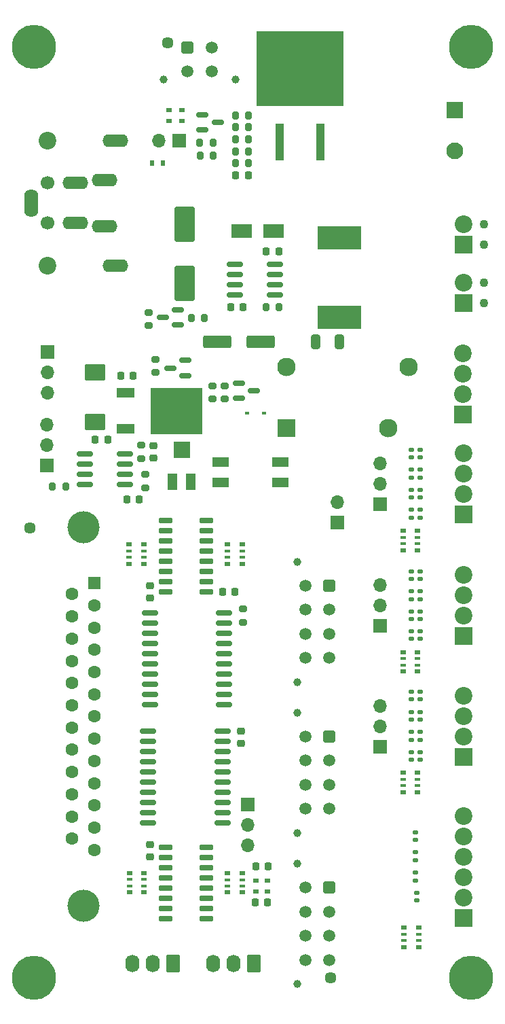
<source format=gbr>
%TF.GenerationSoftware,KiCad,Pcbnew,(6.0.1-0)*%
%TF.CreationDate,2022-06-06T20:51:42+12:00*%
%TF.ProjectId,controller,636f6e74-726f-46c6-9c65-722e6b696361,2.0*%
%TF.SameCoordinates,PX324e6b0PYa469d80*%
%TF.FileFunction,Soldermask,Top*%
%TF.FilePolarity,Negative*%
%FSLAX46Y46*%
G04 Gerber Fmt 4.6, Leading zero omitted, Abs format (unit mm)*
G04 Created by KiCad (PCBNEW (6.0.1-0)) date 2022-06-06 20:51:42*
%MOMM*%
%LPD*%
G01*
G04 APERTURE LIST*
G04 Aperture macros list*
%AMRoundRect*
0 Rectangle with rounded corners*
0 $1 Rounding radius*
0 $2 $3 $4 $5 $6 $7 $8 $9 X,Y pos of 4 corners*
0 Add a 4 corners polygon primitive as box body*
4,1,4,$2,$3,$4,$5,$6,$7,$8,$9,$2,$3,0*
0 Add four circle primitives for the rounded corners*
1,1,$1+$1,$2,$3*
1,1,$1+$1,$4,$5*
1,1,$1+$1,$6,$7*
1,1,$1+$1,$8,$9*
0 Add four rect primitives between the rounded corners*
20,1,$1+$1,$2,$3,$4,$5,0*
20,1,$1+$1,$4,$5,$6,$7,0*
20,1,$1+$1,$6,$7,$8,$9,0*
20,1,$1+$1,$8,$9,$2,$3,0*%
G04 Aperture macros list end*
%ADD10R,1.700000X1.700000*%
%ADD11O,1.700000X1.700000*%
%ADD12R,5.400000X2.900000*%
%ADD13RoundRect,0.147500X-0.172500X0.147500X-0.172500X-0.147500X0.172500X-0.147500X0.172500X0.147500X0*%
%ADD14RoundRect,0.225000X0.225000X0.250000X-0.225000X0.250000X-0.225000X-0.250000X0.225000X-0.250000X0*%
%ADD15RoundRect,0.147500X0.172500X-0.147500X0.172500X0.147500X-0.172500X0.147500X-0.172500X-0.147500X0*%
%ADD16RoundRect,0.225000X-0.225000X-0.250000X0.225000X-0.250000X0.225000X0.250000X-0.225000X0.250000X0*%
%ADD17C,1.000000*%
%ADD18RoundRect,0.250001X-0.499999X0.499999X-0.499999X-0.499999X0.499999X-0.499999X0.499999X0.499999X0*%
%ADD19C,1.500000*%
%ADD20R,0.800000X0.500000*%
%ADD21R,0.800000X0.400000*%
%ADD22RoundRect,0.200000X-0.275000X0.200000X-0.275000X-0.200000X0.275000X-0.200000X0.275000X0.200000X0*%
%ADD23RoundRect,0.200000X0.200000X0.275000X-0.200000X0.275000X-0.200000X-0.275000X0.200000X-0.275000X0*%
%ADD24RoundRect,0.200000X-0.200000X-0.275000X0.200000X-0.275000X0.200000X0.275000X-0.200000X0.275000X0*%
%ADD25R,2.100000X2.100000*%
%ADD26C,2.100000*%
%ADD27R,0.600000X0.700000*%
%ADD28RoundRect,0.250001X-0.499999X-0.499999X0.499999X-0.499999X0.499999X0.499999X-0.499999X0.499999X0*%
%ADD29R,1.300000X2.000000*%
%ADD30R,2.000000X2.000000*%
%ADD31C,1.100000*%
%ADD32R,2.200000X2.200000*%
%ADD33C,2.200000*%
%ADD34RoundRect,0.200000X0.275000X-0.200000X0.275000X0.200000X-0.275000X0.200000X-0.275000X-0.200000X0*%
%ADD35C,1.448000*%
%ADD36RoundRect,0.150000X-0.875000X-0.150000X0.875000X-0.150000X0.875000X0.150000X-0.875000X0.150000X0*%
%ADD37RoundRect,0.150000X0.587500X0.150000X-0.587500X0.150000X-0.587500X-0.150000X0.587500X-0.150000X0*%
%ADD38R,2.200000X1.200000*%
%ADD39R,6.400000X5.800000*%
%ADD40R,0.700000X0.600000*%
%ADD41RoundRect,0.225000X0.250000X-0.225000X0.250000X0.225000X-0.250000X0.225000X-0.250000X-0.225000X0*%
%ADD42RoundRect,0.250000X0.620000X0.845000X-0.620000X0.845000X-0.620000X-0.845000X0.620000X-0.845000X0*%
%ADD43O,1.740000X2.190000*%
%ADD44R,1.100000X4.600000*%
%ADD45R,10.800000X9.400000*%
%ADD46C,5.500000*%
%ADD47RoundRect,0.250000X-1.000000X1.950000X-1.000000X-1.950000X1.000000X-1.950000X1.000000X1.950000X0*%
%ADD48R,2.000000X1.200000*%
%ADD49C,2.300000*%
%ADD50R,2.300000X2.300000*%
%ADD51RoundRect,0.225000X-0.250000X0.225000X-0.250000X-0.225000X0.250000X-0.225000X0.250000X0.225000X0*%
%ADD52C,1.700000*%
%ADD53O,3.200000X1.600000*%
%ADD54O,1.750000X3.500000*%
%ADD55RoundRect,0.250000X1.500000X0.550000X-1.500000X0.550000X-1.500000X-0.550000X1.500000X-0.550000X0*%
%ADD56RoundRect,0.150000X-0.587500X-0.150000X0.587500X-0.150000X0.587500X0.150000X-0.587500X0.150000X0*%
%ADD57RoundRect,0.250000X-0.325000X-0.650000X0.325000X-0.650000X0.325000X0.650000X-0.325000X0.650000X0*%
%ADD58RoundRect,0.150000X0.725000X0.150000X-0.725000X0.150000X-0.725000X-0.150000X0.725000X-0.150000X0*%
%ADD59C,4.000000*%
%ADD60R,1.600000X1.600000*%
%ADD61C,1.600000*%
%ADD62RoundRect,0.150000X-0.825000X-0.150000X0.825000X-0.150000X0.825000X0.150000X-0.825000X0.150000X0*%
%ADD63R,0.600000X0.450000*%
%ADD64RoundRect,0.250000X1.025000X-0.787500X1.025000X0.787500X-1.025000X0.787500X-1.025000X-0.787500X0*%
%ADD65R,2.500000X1.800000*%
G04 APERTURE END LIST*
D10*
%TO.C,JP7*%
X51150000Y36725000D03*
D11*
X51150000Y39265000D03*
X51150000Y41805000D03*
%TD*%
D12*
%TO.C,L1*%
X46100000Y100200000D03*
X46100000Y90300000D03*
%TD*%
D13*
%TO.C,D15*%
X55025000Y71285000D03*
X55025000Y70315000D03*
%TD*%
D14*
%TO.C,C8*%
X34075000Y91550000D03*
X32525000Y91550000D03*
%TD*%
D15*
%TO.C,D34*%
X56170000Y35140000D03*
X56170000Y36110000D03*
%TD*%
D16*
%TO.C,C1*%
X35675000Y21850000D03*
X37225000Y21850000D03*
%TD*%
D13*
%TO.C,D13*%
X55025000Y73785000D03*
X55025000Y72815000D03*
%TD*%
D17*
%TO.C,J12*%
X40871000Y22210000D03*
X40871000Y7210000D03*
D18*
X44811000Y19210000D03*
D19*
X44811000Y16210000D03*
X44811000Y13210000D03*
X44811000Y10210000D03*
X41811000Y19210000D03*
X41811000Y16210000D03*
X41811000Y13210000D03*
X41811000Y10210000D03*
%TD*%
D20*
%TO.C,RN1*%
X19875000Y61950000D03*
D21*
X19875000Y61150000D03*
X19875000Y60350000D03*
D20*
X19875000Y59550000D03*
X21675000Y59550000D03*
D21*
X21675000Y60350000D03*
X21675000Y61150000D03*
D20*
X21675000Y61950000D03*
%TD*%
D22*
%TO.C,R13*%
X21350000Y74325000D03*
X21350000Y72675000D03*
%TD*%
D15*
%TO.C,D24*%
X56175000Y52665000D03*
X56175000Y53635000D03*
%TD*%
D23*
%TO.C,R12*%
X38575000Y91500000D03*
X36925000Y91500000D03*
%TD*%
D24*
%TO.C,R6*%
X28675000Y112000000D03*
X30325000Y112000000D03*
%TD*%
D10*
%TO.C,JP4*%
X26125000Y112250000D03*
D11*
X23585000Y112250000D03*
%TD*%
D25*
%TO.C,J3*%
X60450000Y116050000D03*
D26*
X60450000Y110970000D03*
%TD*%
D27*
%TO.C,D3*%
X24100000Y109500000D03*
X22700000Y109500000D03*
%TD*%
D17*
%TO.C,J2*%
X33150000Y119940000D03*
X24150000Y119940000D03*
D28*
X27150000Y123880000D03*
D19*
X30150000Y123880000D03*
X27150000Y120880000D03*
X30150000Y120880000D03*
%TD*%
D13*
%TO.C,D8*%
X55700000Y18585000D03*
X55700000Y17615000D03*
%TD*%
D29*
%TO.C,RV1*%
X25250000Y69750000D03*
D30*
X26400000Y73750000D03*
D29*
X27550000Y69750000D03*
%TD*%
D31*
%TO.C,J14*%
X64090000Y94590000D03*
X64090000Y92050000D03*
D32*
X61550000Y92050000D03*
D33*
X61550000Y94590000D03*
%TD*%
D34*
%TO.C,R17*%
X30250000Y80075000D03*
X30250000Y81725000D03*
%TD*%
D35*
%TO.C,TH1*%
X24700000Y124500000D03*
%TD*%
D36*
%TO.C,U5*%
X22178560Y38722560D03*
X22178560Y37452560D03*
X22178560Y36182560D03*
X22178560Y34912560D03*
X22178560Y33642560D03*
X22178560Y32372560D03*
X22178560Y31102560D03*
X22178560Y29832560D03*
X22178560Y28562560D03*
X22178560Y27292560D03*
X31478560Y27292560D03*
X31478560Y28562560D03*
X31478560Y29832560D03*
X31478560Y31102560D03*
X31478560Y32372560D03*
X31478560Y33642560D03*
X31478560Y34912560D03*
X31478560Y36182560D03*
X31478560Y37452560D03*
X31478560Y38722560D03*
%TD*%
D13*
%TO.C,D29*%
X55050000Y43615000D03*
X55050000Y42645000D03*
%TD*%
D15*
%TO.C,D14*%
X56150000Y70315000D03*
X56150000Y71285000D03*
%TD*%
D37*
%TO.C,Q4*%
X26887500Y83000000D03*
X26887500Y84900000D03*
X25012500Y83950000D03*
%TD*%
D20*
%TO.C,RN6*%
X54000000Y63650000D03*
D21*
X54000000Y62850000D03*
X54000000Y62050000D03*
D20*
X54000000Y61250000D03*
X55800000Y61250000D03*
D21*
X55800000Y62050000D03*
X55800000Y62850000D03*
D20*
X55800000Y63650000D03*
%TD*%
D38*
%TO.C,U1*%
X19450000Y80902000D03*
D39*
X25750000Y78622000D03*
D38*
X19450000Y76342000D03*
%TD*%
D13*
%TO.C,D27*%
X55050000Y51147500D03*
X55050000Y50177500D03*
%TD*%
D23*
%TO.C,R7*%
X34750000Y109450000D03*
X33100000Y109450000D03*
%TD*%
D40*
%TO.C,D5*%
X24850000Y116100000D03*
X24850000Y114700000D03*
%TD*%
D13*
%TO.C,D11*%
X55600000Y26085000D03*
X55600000Y25115000D03*
%TD*%
D24*
%TO.C,R5*%
X33100000Y115450000D03*
X34750000Y115450000D03*
%TD*%
D13*
%TO.C,D21*%
X55050000Y58635000D03*
X55050000Y57665000D03*
%TD*%
D10*
%TO.C,JP1*%
X34619000Y29600000D03*
D11*
X34619000Y27060000D03*
X34619000Y24520000D03*
%TD*%
D41*
%TO.C,C12*%
X22900000Y72725000D03*
X22900000Y74275000D03*
%TD*%
D23*
%TO.C,R14*%
X11925000Y69150000D03*
X10275000Y69150000D03*
%TD*%
D10*
%TO.C,JP8*%
X45850000Y64675000D03*
D11*
X45850000Y67215000D03*
%TD*%
D42*
%TO.C,J16*%
X35400000Y9750000D03*
D43*
X32860000Y9750000D03*
X30320000Y9750000D03*
%TD*%
D32*
%TO.C,J9*%
X61550000Y50520000D03*
D33*
X61550000Y53060000D03*
X61550000Y55600000D03*
X61550000Y58140000D03*
%TD*%
D44*
%TO.C,Q2*%
X38635000Y112075000D03*
D45*
X41175000Y121225000D03*
D44*
X43715000Y112075000D03*
%TD*%
D24*
%TO.C,R8*%
X33100000Y110950000D03*
X34750000Y110950000D03*
%TD*%
D40*
%TO.C,D1*%
X37150000Y20100000D03*
X37150000Y18700000D03*
%TD*%
D31*
%TO.C,J13*%
X64090000Y101900000D03*
X64090000Y99360000D03*
D32*
X61550000Y99360000D03*
D33*
X61550000Y101900000D03*
%TD*%
D16*
%TO.C,C9*%
X36975000Y98500000D03*
X38525000Y98500000D03*
%TD*%
D13*
%TO.C,D35*%
X55050000Y36105000D03*
X55050000Y35135000D03*
%TD*%
%TO.C,D17*%
X55025000Y68785000D03*
X55025000Y67815000D03*
%TD*%
D32*
%TO.C,J11*%
X61550000Y35495000D03*
D33*
X61550000Y38035000D03*
X61550000Y40575000D03*
X61550000Y43115000D03*
%TD*%
D22*
%TO.C,R18*%
X31800000Y81725000D03*
X31800000Y80075000D03*
%TD*%
D10*
%TO.C,JP5*%
X51200000Y66975000D03*
D11*
X51200000Y69515000D03*
X51200000Y72055000D03*
%TD*%
D13*
%TO.C,D33*%
X55050000Y38610000D03*
X55050000Y37640000D03*
%TD*%
D46*
%TO.C,H4*%
X62500000Y8000000D03*
%TD*%
D47*
%TO.C,C4*%
X26750000Y101900000D03*
X26750000Y94500000D03*
%TD*%
D48*
%TO.C,LF1*%
X38750000Y69730000D03*
X38750000Y72270000D03*
X31250000Y72270000D03*
X31250000Y69730000D03*
%TD*%
D13*
%TO.C,D23*%
X55050000Y56135000D03*
X55050000Y55165000D03*
%TD*%
D32*
%TO.C,J6*%
X61550000Y65670000D03*
D33*
X61550000Y68210000D03*
X61550000Y70750000D03*
X61550000Y73290000D03*
%TD*%
D13*
%TO.C,D9*%
X55600000Y21060000D03*
X55600000Y20090000D03*
%TD*%
D15*
%TO.C,D12*%
X56150000Y72815000D03*
X56150000Y73785000D03*
%TD*%
D32*
%TO.C,J5*%
X61550000Y15400000D03*
D33*
X61550000Y17940000D03*
X61550000Y20480000D03*
X61550000Y23020000D03*
X61550000Y25560000D03*
X61550000Y28100000D03*
%TD*%
D20*
%TO.C,RN3*%
X32150000Y21000000D03*
D21*
X32150000Y20200000D03*
X32150000Y19400000D03*
D20*
X32150000Y18600000D03*
X33950000Y18600000D03*
D21*
X33950000Y19400000D03*
X33950000Y20200000D03*
D20*
X33950000Y21000000D03*
%TD*%
D49*
%TO.C,K1*%
X39500000Y84070000D03*
X54740000Y84050000D03*
X52200000Y76450000D03*
D50*
X39500000Y76450000D03*
%TD*%
D20*
%TO.C,RN2*%
X19900000Y21018000D03*
D21*
X19900000Y20218000D03*
X19900000Y19418000D03*
D20*
X19900000Y18618000D03*
X21700000Y18618000D03*
D21*
X21700000Y19418000D03*
X21700000Y20218000D03*
D20*
X21700000Y21018000D03*
%TD*%
D51*
%TO.C,C17*%
X33800000Y38700000D03*
X33800000Y37150000D03*
%TD*%
D16*
%TO.C,C2*%
X35600000Y17350000D03*
X37150000Y17350000D03*
%TD*%
D15*
%TO.C,D32*%
X56175000Y37640000D03*
X56175000Y38610000D03*
%TD*%
D17*
%TO.C,J10*%
X40871000Y26028000D03*
X40871000Y41028000D03*
D18*
X44811000Y38028000D03*
D19*
X44811000Y35028000D03*
X44811000Y32028000D03*
X44811000Y29028000D03*
X41811000Y38028000D03*
X41811000Y35028000D03*
X41811000Y32028000D03*
X41811000Y29028000D03*
%TD*%
D14*
%TO.C,C5*%
X20375000Y82950000D03*
X18825000Y82950000D03*
%TD*%
D33*
%TO.C,J1*%
X9650000Y96700000D03*
D52*
X9650000Y102000000D03*
D33*
X9650000Y112300000D03*
D52*
X9650000Y107000000D03*
D53*
X16800000Y101600000D03*
X13150000Y102000000D03*
X13150000Y107000000D03*
X16800000Y107400000D03*
X18150000Y112300000D03*
D54*
X7650000Y104500000D03*
D53*
X18150000Y96700000D03*
%TD*%
D15*
%TO.C,D18*%
X56150000Y65315000D03*
X56150000Y66285000D03*
%TD*%
%TO.C,D16*%
X56150000Y67815000D03*
X56150000Y68785000D03*
%TD*%
D22*
%TO.C,R16*%
X23125000Y85025000D03*
X23125000Y83375000D03*
%TD*%
D15*
%TO.C,D30*%
X56175000Y40125000D03*
X56175000Y41095000D03*
%TD*%
D55*
%TO.C,C11*%
X36250000Y87200000D03*
X30850000Y87200000D03*
%TD*%
D10*
%TO.C,JP6*%
X51150000Y51845000D03*
D11*
X51150000Y54385000D03*
X51150000Y56925000D03*
%TD*%
D10*
%TO.C,JP2*%
X9600000Y71850000D03*
D11*
X9600000Y74390000D03*
X9600000Y76930000D03*
%TD*%
D51*
%TO.C,C15*%
X22419000Y56830000D03*
X22419000Y55280000D03*
%TD*%
D40*
%TO.C,D4*%
X26400000Y116100000D03*
X26400000Y114700000D03*
%TD*%
D15*
%TO.C,D28*%
X56175000Y42645000D03*
X56175000Y43615000D03*
%TD*%
D23*
%TO.C,R9*%
X34750000Y113950000D03*
X33100000Y113950000D03*
%TD*%
D56*
%TO.C,Q5*%
X33562500Y82050000D03*
X33562500Y80150000D03*
X35437500Y81100000D03*
%TD*%
D17*
%TO.C,J7*%
X40871000Y59824000D03*
X40871000Y44824000D03*
D18*
X44811000Y56824000D03*
D19*
X44811000Y53824000D03*
X44811000Y50824000D03*
X44811000Y47824000D03*
X41811000Y56824000D03*
X41811000Y53824000D03*
X41811000Y50824000D03*
X41811000Y47824000D03*
%TD*%
D35*
%TO.C,TH3*%
X45000000Y8000000D03*
%TD*%
D57*
%TO.C,C10*%
X43100000Y87175000D03*
X46050000Y87175000D03*
%TD*%
D37*
%TO.C,Q3*%
X25937500Y89300000D03*
X25937500Y91200000D03*
X24062500Y90250000D03*
%TD*%
D14*
%TO.C,C6*%
X17175000Y75000000D03*
X15625000Y75000000D03*
%TD*%
D23*
%TO.C,R11*%
X29275000Y90200000D03*
X27625000Y90200000D03*
%TD*%
D34*
%TO.C,R2*%
X34050000Y52275000D03*
X34050000Y53925000D03*
%TD*%
D20*
%TO.C,RN4*%
X33950000Y59550000D03*
D21*
X33950000Y60350000D03*
X33950000Y61150000D03*
D20*
X33950000Y61950000D03*
X32150000Y61950000D03*
D21*
X32150000Y61150000D03*
X32150000Y60350000D03*
D20*
X32150000Y59550000D03*
%TD*%
D16*
%TO.C,C16*%
X31525000Y56100000D03*
X33075000Y56100000D03*
%TD*%
D20*
%TO.C,RN7*%
X54000000Y48525000D03*
D21*
X54000000Y47725000D03*
X54000000Y46925000D03*
D20*
X54000000Y46125000D03*
X55800000Y46125000D03*
D21*
X55800000Y46925000D03*
X55800000Y47725000D03*
D20*
X55800000Y48525000D03*
%TD*%
D16*
%TO.C,C13*%
X19575000Y67550000D03*
X21125000Y67550000D03*
%TD*%
D58*
%TO.C,U6*%
X29529000Y56100000D03*
X29529000Y57370000D03*
X29529000Y58640000D03*
X29529000Y59910000D03*
X29529000Y61180000D03*
X29529000Y62450000D03*
X29529000Y63720000D03*
X29529000Y64990000D03*
X24379000Y64990000D03*
X24379000Y63720000D03*
X24379000Y62450000D03*
X24379000Y61180000D03*
X24379000Y59910000D03*
X24379000Y58640000D03*
X24379000Y57370000D03*
X24379000Y56100000D03*
%TD*%
D24*
%TO.C,R3*%
X28700000Y110450000D03*
X30350000Y110450000D03*
%TD*%
D13*
%TO.C,D19*%
X55025000Y66285000D03*
X55025000Y65315000D03*
%TD*%
D59*
%TO.C,J4*%
X14130000Y16980000D03*
X14130000Y64080000D03*
D60*
X15550000Y57150000D03*
D61*
X15550000Y54380000D03*
X15550000Y51610000D03*
X15550000Y48840000D03*
X15550000Y46070000D03*
X15550000Y43300000D03*
X15550000Y40530000D03*
X15550000Y37760000D03*
X15550000Y34990000D03*
X15550000Y32220000D03*
X15550000Y29450000D03*
X15550000Y26680000D03*
X15550000Y23910000D03*
X12710000Y55765000D03*
X12710000Y52995000D03*
X12710000Y50225000D03*
X12710000Y47455000D03*
X12710000Y44685000D03*
X12710000Y41915000D03*
X12710000Y39145000D03*
X12710000Y36375000D03*
X12710000Y33605000D03*
X12710000Y30835000D03*
X12710000Y28065000D03*
X12710000Y25295000D03*
%TD*%
D62*
%TO.C,U2*%
X33075000Y96905000D03*
X33075000Y95635000D03*
X33075000Y94365000D03*
X33075000Y93095000D03*
X38025000Y93095000D03*
X38025000Y94365000D03*
X38025000Y95635000D03*
X38025000Y96905000D03*
%TD*%
D15*
%TO.C,D26*%
X56175000Y50177500D03*
X56175000Y51147500D03*
%TD*%
D40*
%TO.C,D2*%
X35675000Y18700000D03*
X35675000Y20100000D03*
%TD*%
D42*
%TO.C,J17*%
X25350000Y9750000D03*
D43*
X22810000Y9750000D03*
X20270000Y9750000D03*
%TD*%
D46*
%TO.C,H1*%
X8000000Y124000000D03*
%TD*%
D20*
%TO.C,RN5*%
X55950000Y11800000D03*
D21*
X55950000Y12600000D03*
X55950000Y13400000D03*
D20*
X55950000Y14200000D03*
X54150000Y14200000D03*
D21*
X54150000Y13400000D03*
X54150000Y12600000D03*
D20*
X54150000Y11800000D03*
%TD*%
D13*
%TO.C,D31*%
X55050000Y41095000D03*
X55050000Y40125000D03*
%TD*%
D32*
%TO.C,J8*%
X61525000Y78162836D03*
D33*
X61525000Y80702836D03*
X61525000Y83242836D03*
X61525000Y85782836D03*
%TD*%
D46*
%TO.C,H3*%
X8000000Y8000000D03*
%TD*%
D34*
%TO.C,R15*%
X21840000Y69025000D03*
X21840000Y70675000D03*
%TD*%
D63*
%TO.C,D7*%
X36650000Y78350000D03*
X34550000Y78350000D03*
%TD*%
D16*
%TO.C,C3*%
X33150000Y107950000D03*
X34700000Y107950000D03*
%TD*%
D62*
%TO.C,U3*%
X14355000Y73217000D03*
X14355000Y71947000D03*
X14355000Y70677000D03*
X14355000Y69407000D03*
X19305000Y69407000D03*
X19305000Y70677000D03*
X19305000Y71947000D03*
X19305000Y73217000D03*
%TD*%
D56*
%TO.C,Q1*%
X29012500Y115500000D03*
X29012500Y113600000D03*
X30887500Y114550000D03*
%TD*%
D15*
%TO.C,D20*%
X56175000Y57665000D03*
X56175000Y58635000D03*
%TD*%
D58*
%TO.C,U7*%
X29529000Y15373000D03*
X29529000Y16643000D03*
X29529000Y17913000D03*
X29529000Y19183000D03*
X29529000Y20453000D03*
X29529000Y21723000D03*
X29529000Y22993000D03*
X29529000Y24263000D03*
X24379000Y24263000D03*
X24379000Y22993000D03*
X24379000Y21723000D03*
X24379000Y20453000D03*
X24379000Y19183000D03*
X24379000Y17913000D03*
X24379000Y16643000D03*
X24379000Y15373000D03*
%TD*%
D15*
%TO.C,D22*%
X56175000Y55165000D03*
X56175000Y56135000D03*
%TD*%
D34*
%TO.C,R10*%
X22300000Y89225000D03*
X22300000Y90875000D03*
%TD*%
D20*
%TO.C,RN8*%
X54000000Y33500000D03*
D21*
X54000000Y32700000D03*
X54000000Y31900000D03*
D20*
X54000000Y31100000D03*
X55800000Y31100000D03*
D21*
X55800000Y31900000D03*
X55800000Y32700000D03*
D20*
X55800000Y33500000D03*
%TD*%
D41*
%TO.C,C14*%
X22425000Y23000000D03*
X22425000Y24550000D03*
%TD*%
D35*
%TO.C,TH2*%
X7500000Y64000000D03*
%TD*%
D46*
%TO.C,H2*%
X62500000Y124000000D03*
%TD*%
D36*
%TO.C,U4*%
X22428560Y53393560D03*
X22428560Y52123560D03*
X22428560Y50853560D03*
X22428560Y49583560D03*
X22428560Y48313560D03*
X22428560Y47043560D03*
X22428560Y45773560D03*
X22428560Y44503560D03*
X22428560Y43233560D03*
X22428560Y41963560D03*
X31728560Y41963560D03*
X31728560Y43233560D03*
X31728560Y44503560D03*
X31728560Y45773560D03*
X31728560Y47043560D03*
X31728560Y48313560D03*
X31728560Y49583560D03*
X31728560Y50853560D03*
X31728560Y52123560D03*
X31728560Y53393560D03*
%TD*%
D24*
%TO.C,R4*%
X33100000Y112450000D03*
X34750000Y112450000D03*
%TD*%
D64*
%TO.C,C7*%
X15600000Y77187500D03*
X15600000Y83412500D03*
%TD*%
D65*
%TO.C,D6*%
X37900000Y101050000D03*
X33900000Y101050000D03*
%TD*%
D13*
%TO.C,D10*%
X55600000Y23595000D03*
X55600000Y22625000D03*
%TD*%
%TO.C,D25*%
X55050000Y53635000D03*
X55050000Y52665000D03*
%TD*%
D10*
%TO.C,JP3*%
X9650000Y85925000D03*
D11*
X9650000Y83385000D03*
X9650000Y80845000D03*
%TD*%
M02*

</source>
